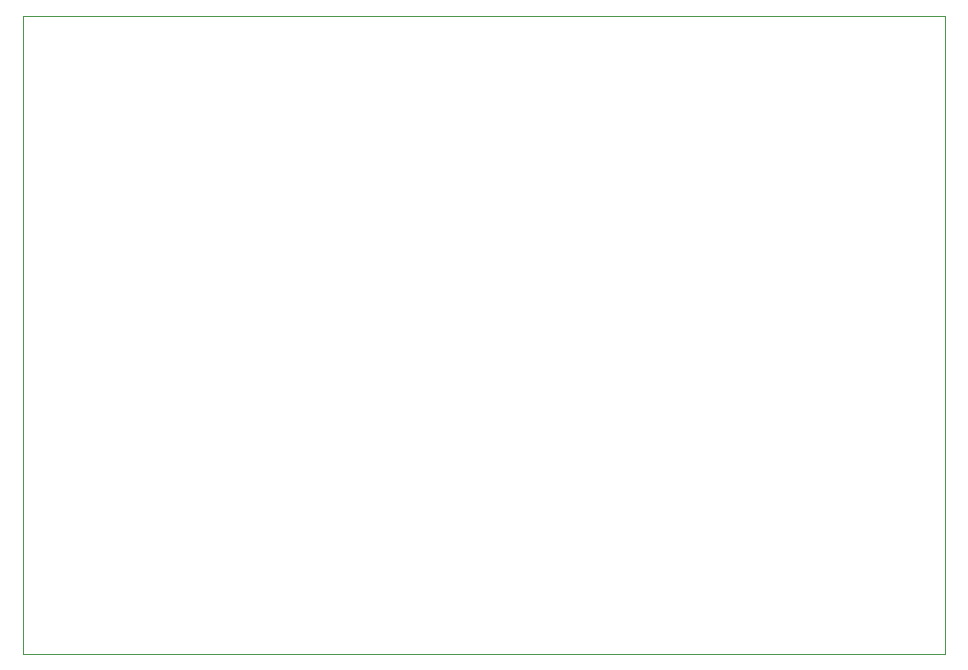
<source format=gm1>
G04 #@! TF.GenerationSoftware,KiCad,Pcbnew,8.0.6*
G04 #@! TF.CreationDate,2024-11-23T14:24:10+05:30*
G04 #@! TF.ProjectId,p1,70312e6b-6963-4616-945f-706362585858,rev?*
G04 #@! TF.SameCoordinates,Original*
G04 #@! TF.FileFunction,Profile,NP*
%FSLAX46Y46*%
G04 Gerber Fmt 4.6, Leading zero omitted, Abs format (unit mm)*
G04 Created by KiCad (PCBNEW 8.0.6) date 2024-11-23 14:24:10*
%MOMM*%
%LPD*%
G01*
G04 APERTURE LIST*
G04 #@! TA.AperFunction,Profile*
%ADD10C,0.038100*%
G04 #@! TD*
G04 APERTURE END LIST*
D10*
X83000000Y-61000000D02*
X83000000Y-62000000D01*
X161000000Y-61000000D02*
X83000000Y-61000000D01*
X161000000Y-115000000D02*
X161000000Y-61000000D01*
X83000000Y-115000000D02*
X161000000Y-115000000D01*
X83000000Y-62000000D02*
X83000000Y-115000000D01*
M02*

</source>
